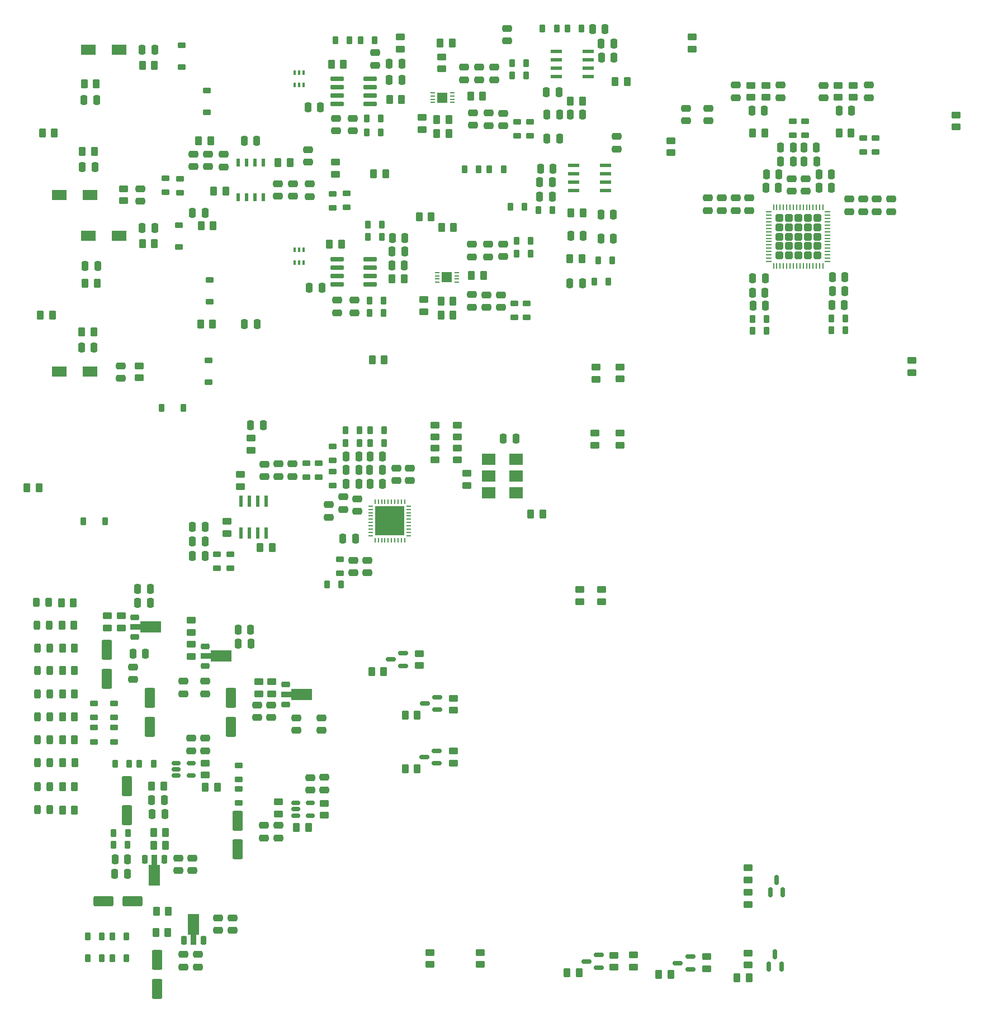
<source format=gtp>
%TF.GenerationSoftware,KiCad,Pcbnew,9.0.5-9.0.5~ubuntu24.04.1*%
%TF.CreationDate,2025-11-23T20:56:38+01:00*%
%TF.ProjectId,DigitalOsciloscope,44696769-7461-46c4-9f73-63696c6f7363,rev?*%
%TF.SameCoordinates,Original*%
%TF.FileFunction,Paste,Top*%
%TF.FilePolarity,Positive*%
%FSLAX46Y46*%
G04 Gerber Fmt 4.6, Leading zero omitted, Abs format (unit mm)*
G04 Created by KiCad (PCBNEW 9.0.5-9.0.5~ubuntu24.04.1) date 2025-11-23 20:56:38*
%MOMM*%
%LPD*%
G01*
G04 APERTURE LIST*
G04 Aperture macros list*
%AMRoundRect*
0 Rectangle with rounded corners*
0 $1 Rounding radius*
0 $2 $3 $4 $5 $6 $7 $8 $9 X,Y pos of 4 corners*
0 Add a 4 corners polygon primitive as box body*
4,1,4,$2,$3,$4,$5,$6,$7,$8,$9,$2,$3,0*
0 Add four circle primitives for the rounded corners*
1,1,$1+$1,$2,$3*
1,1,$1+$1,$4,$5*
1,1,$1+$1,$6,$7*
1,1,$1+$1,$8,$9*
0 Add four rect primitives between the rounded corners*
20,1,$1+$1,$2,$3,$4,$5,0*
20,1,$1+$1,$4,$5,$6,$7,0*
20,1,$1+$1,$6,$7,$8,$9,0*
20,1,$1+$1,$8,$9,$2,$3,0*%
%AMFreePoly0*
4,1,9,3.862500,-0.866500,0.737500,-0.866500,0.737500,-0.450000,-0.737500,-0.450000,-0.737500,0.450000,0.737500,0.450000,0.737500,0.866500,3.862500,0.866500,3.862500,-0.866500,3.862500,-0.866500,$1*%
G04 Aperture macros list end*
%ADD10C,0.000000*%
%ADD11R,0.703200X0.274600*%
%ADD12R,1.600000X1.600000*%
%ADD13RoundRect,0.250000X-0.325000X0.325000X-0.325000X-0.325000X0.325000X-0.325000X0.325000X0.325000X0*%
%ADD14RoundRect,0.062500X-0.062500X0.375000X-0.062500X-0.375000X0.062500X-0.375000X0.062500X0.375000X0*%
%ADD15RoundRect,0.062500X-0.375000X0.062500X-0.375000X-0.062500X0.375000X-0.062500X0.375000X0.062500X0*%
%ADD16RoundRect,0.075000X-0.910000X-0.225000X0.910000X-0.225000X0.910000X0.225000X-0.910000X0.225000X0*%
%ADD17RoundRect,0.100000X-0.100000X0.225000X-0.100000X-0.225000X0.100000X-0.225000X0.100000X0.225000X0*%
%ADD18RoundRect,0.250000X-0.450000X0.262500X-0.450000X-0.262500X0.450000X-0.262500X0.450000X0.262500X0*%
%ADD19RoundRect,0.250000X0.450000X-0.262500X0.450000X0.262500X-0.450000X0.262500X-0.450000X-0.262500X0*%
%ADD20RoundRect,0.250000X-0.262500X-0.450000X0.262500X-0.450000X0.262500X0.450000X-0.262500X0.450000X0*%
%ADD21RoundRect,0.250000X-0.475000X0.250000X-0.475000X-0.250000X0.475000X-0.250000X0.475000X0.250000X0*%
%ADD22RoundRect,0.250000X0.262500X0.450000X-0.262500X0.450000X-0.262500X-0.450000X0.262500X-0.450000X0*%
%ADD23RoundRect,0.250000X0.475000X-0.250000X0.475000X0.250000X-0.475000X0.250000X-0.475000X-0.250000X0*%
%ADD24RoundRect,0.150000X0.587500X0.150000X-0.587500X0.150000X-0.587500X-0.150000X0.587500X-0.150000X0*%
%ADD25RoundRect,0.250000X-0.550000X1.250000X-0.550000X-1.250000X0.550000X-1.250000X0.550000X1.250000X0*%
%ADD26RoundRect,0.218750X0.218750X0.381250X-0.218750X0.381250X-0.218750X-0.381250X0.218750X-0.381250X0*%
%ADD27RoundRect,0.250000X-0.250000X-0.475000X0.250000X-0.475000X0.250000X0.475000X-0.250000X0.475000X0*%
%ADD28RoundRect,0.218750X0.381250X-0.218750X0.381250X0.218750X-0.381250X0.218750X-0.381250X-0.218750X0*%
%ADD29R,2.000000X1.800000*%
%ADD30RoundRect,0.150000X0.150000X-0.587500X0.150000X0.587500X-0.150000X0.587500X-0.150000X-0.587500X0*%
%ADD31RoundRect,0.250000X0.250000X0.475000X-0.250000X0.475000X-0.250000X-0.475000X0.250000X-0.475000X0*%
%ADD32RoundRect,0.218750X-0.218750X-0.381250X0.218750X-0.381250X0.218750X0.381250X-0.218750X0.381250X0*%
%ADD33RoundRect,0.225000X-0.425000X-0.225000X0.425000X-0.225000X0.425000X0.225000X-0.425000X0.225000X0*%
%ADD34FreePoly0,0.000000*%
%ADD35RoundRect,0.218750X-0.381250X0.218750X-0.381250X-0.218750X0.381250X-0.218750X0.381250X0.218750X0*%
%ADD36RoundRect,0.243750X0.243750X0.456250X-0.243750X0.456250X-0.243750X-0.456250X0.243750X-0.456250X0*%
%ADD37R,2.300000X1.600000*%
%ADD38R,0.711200X0.254000*%
%ADD39R,0.254000X0.711200*%
%ADD40R,4.495800X4.495800*%
%ADD41R,1.676400X0.508000*%
%ADD42RoundRect,0.150000X-0.512500X-0.150000X0.512500X-0.150000X0.512500X0.150000X-0.512500X0.150000X0*%
%ADD43RoundRect,0.225000X0.225000X0.375000X-0.225000X0.375000X-0.225000X-0.375000X0.225000X-0.375000X0*%
%ADD44RoundRect,0.225000X-0.375000X0.225000X-0.375000X-0.225000X0.375000X-0.225000X0.375000X0.225000X0*%
%ADD45RoundRect,0.225000X0.375000X-0.225000X0.375000X0.225000X-0.375000X0.225000X-0.375000X-0.225000X0*%
%ADD46R,0.508000X1.257300*%
%ADD47RoundRect,0.225000X-0.225000X-0.375000X0.225000X-0.375000X0.225000X0.375000X-0.225000X0.375000X0*%
%ADD48RoundRect,0.250000X0.550000X-1.250000X0.550000X1.250000X-0.550000X1.250000X-0.550000X-1.250000X0*%
%ADD49RoundRect,0.225000X-0.225000X0.425000X-0.225000X-0.425000X0.225000X-0.425000X0.225000X0.425000X0*%
%ADD50FreePoly0,270.000000*%
%ADD51R,0.508000X1.676400*%
%ADD52RoundRect,0.225000X0.225000X-0.425000X0.225000X0.425000X-0.225000X0.425000X-0.225000X-0.425000X0*%
%ADD53FreePoly0,90.000000*%
%ADD54RoundRect,0.250000X1.250000X0.550000X-1.250000X0.550000X-1.250000X-0.550000X1.250000X-0.550000X0*%
G04 APERTURE END LIST*
D10*
%TO.C,U20*%
G36*
X184300763Y-127355100D02*
G01*
X183002163Y-127355100D01*
X183002163Y-126056500D01*
X184300763Y-126056500D01*
X184300763Y-127355100D01*
G37*
G36*
X184300763Y-128853700D02*
G01*
X183002163Y-128853700D01*
X183002163Y-127555100D01*
X184300763Y-127555100D01*
X184300763Y-128853700D01*
G37*
G36*
X184300763Y-130352300D02*
G01*
X183002163Y-130352300D01*
X183002163Y-129053700D01*
X184300763Y-129053700D01*
X184300763Y-130352300D01*
G37*
G36*
X185799363Y-127355100D02*
G01*
X184500763Y-127355100D01*
X184500763Y-126056500D01*
X185799363Y-126056500D01*
X185799363Y-127355100D01*
G37*
G36*
X185799363Y-128853700D02*
G01*
X184500763Y-128853700D01*
X184500763Y-127555100D01*
X185799363Y-127555100D01*
X185799363Y-128853700D01*
G37*
G36*
X185799363Y-130352300D02*
G01*
X184500763Y-130352300D01*
X184500763Y-129053700D01*
X185799363Y-129053700D01*
X185799363Y-130352300D01*
G37*
G36*
X187297963Y-127355100D02*
G01*
X185999363Y-127355100D01*
X185999363Y-126056500D01*
X187297963Y-126056500D01*
X187297963Y-127355100D01*
G37*
G36*
X187297963Y-128853700D02*
G01*
X185999363Y-128853700D01*
X185999363Y-127555100D01*
X187297963Y-127555100D01*
X187297963Y-128853700D01*
G37*
G36*
X187297963Y-130352300D02*
G01*
X185999363Y-130352300D01*
X185999363Y-129053700D01*
X187297963Y-129053700D01*
X187297963Y-130352300D01*
G37*
%TD*%
D11*
%TO.C,U6*%
X192323399Y-90549999D03*
X192323399Y-91050000D03*
X192323399Y-91550000D03*
X192323399Y-92050001D03*
X195276601Y-92050001D03*
X195276601Y-91550000D03*
X195276601Y-91050000D03*
X195276601Y-90549999D03*
D12*
X193800000Y-91300000D03*
%TD*%
D11*
%TO.C,U5*%
X191623399Y-63299999D03*
X191623399Y-63800000D03*
X191623399Y-64300000D03*
X191623399Y-64800001D03*
X194576601Y-64800001D03*
X194576601Y-64300000D03*
X194576601Y-63800000D03*
X194576601Y-63299999D03*
D12*
X193100000Y-64050000D03*
%TD*%
D13*
%TO.C,U9*%
X249860000Y-82270000D03*
X248430000Y-82270000D03*
X247000000Y-82270000D03*
X245570000Y-82270000D03*
X244140000Y-82270000D03*
X249860000Y-83700000D03*
X248430000Y-83700000D03*
X247000000Y-83700000D03*
X245570000Y-83700000D03*
X244140000Y-83700000D03*
X249860000Y-85130000D03*
X248430000Y-85130000D03*
X247000000Y-85130000D03*
X245570000Y-85130000D03*
X244140000Y-85130000D03*
X249860000Y-86560000D03*
X248430000Y-86560000D03*
X247000000Y-86560000D03*
X245570000Y-86560000D03*
X244140000Y-86560000D03*
X249860000Y-87990000D03*
X248430000Y-87990000D03*
X247000000Y-87990000D03*
X245570000Y-87990000D03*
X244140000Y-87990000D03*
D14*
X250750000Y-80692500D03*
X250250000Y-80692500D03*
X249750000Y-80692500D03*
X249250000Y-80692500D03*
X248750000Y-80692500D03*
X248250000Y-80692500D03*
X247750000Y-80692500D03*
X247250000Y-80692500D03*
X246750000Y-80692500D03*
X246250000Y-80692500D03*
X245750000Y-80692500D03*
X245250000Y-80692500D03*
X244750000Y-80692500D03*
X244250000Y-80692500D03*
X243750000Y-80692500D03*
X243250000Y-80692500D03*
D15*
X242562500Y-81380000D03*
X242562500Y-81880000D03*
X242562500Y-82380000D03*
X242562500Y-82880000D03*
X242562500Y-83380000D03*
X242562500Y-83880000D03*
X242562500Y-84380000D03*
X242562500Y-84880000D03*
X242562500Y-85380000D03*
X242562500Y-85880000D03*
X242562500Y-86380000D03*
X242562500Y-86880000D03*
X242562500Y-87380000D03*
X242562500Y-87880000D03*
X242562500Y-88380000D03*
X242562500Y-88880000D03*
D14*
X243250000Y-89567500D03*
X243750000Y-89567500D03*
X244250000Y-89567500D03*
X244750000Y-89567500D03*
X245250000Y-89567500D03*
X245750000Y-89567500D03*
X246250000Y-89567500D03*
X246750000Y-89567500D03*
X247250000Y-89567500D03*
X247750000Y-89567500D03*
X248250000Y-89567500D03*
X248750000Y-89567500D03*
X249250000Y-89567500D03*
X249750000Y-89567500D03*
X250250000Y-89567500D03*
X250750000Y-89567500D03*
D15*
X251437500Y-88880000D03*
X251437500Y-88380000D03*
X251437500Y-87880000D03*
X251437500Y-87380000D03*
X251437500Y-86880000D03*
X251437500Y-86380000D03*
X251437500Y-85880000D03*
X251437500Y-85380000D03*
X251437500Y-84880000D03*
X251437500Y-84380000D03*
X251437500Y-83880000D03*
X251437500Y-83380000D03*
X251437500Y-82880000D03*
X251437500Y-82380000D03*
X251437500Y-81880000D03*
X251437500Y-81380000D03*
%TD*%
D16*
%TO.C,U3*%
X177200000Y-61200000D03*
X177200000Y-62470000D03*
X177200000Y-63740000D03*
X177200000Y-65010000D03*
X182140000Y-65010000D03*
X182140000Y-63740000D03*
X182140000Y-62470000D03*
X182140000Y-61200000D03*
%TD*%
%TO.C,U2*%
X177200000Y-88530000D03*
X177200000Y-89800000D03*
X177200000Y-91070000D03*
X177200000Y-92340000D03*
X182140000Y-92340000D03*
X182140000Y-91070000D03*
X182140000Y-89800000D03*
X182140000Y-88530000D03*
%TD*%
D17*
%TO.C,D2*%
X172050000Y-60250000D03*
X171400000Y-60250000D03*
X170750000Y-60250000D03*
X170750000Y-62150000D03*
X171400000Y-62150000D03*
X172050000Y-62150000D03*
%TD*%
%TO.C,D1*%
X172050000Y-87150000D03*
X171400000Y-87150000D03*
X170750000Y-87150000D03*
X170750000Y-89050000D03*
X171400000Y-89050000D03*
X172050000Y-89050000D03*
%TD*%
D18*
%TO.C,R61*%
X216200000Y-116712500D03*
X216200000Y-114887500D03*
%TD*%
D19*
%TO.C,R59*%
X220000000Y-114887500D03*
X220000000Y-116712500D03*
%TD*%
%TO.C,R60*%
X227700000Y-72412500D03*
X227700000Y-70587500D03*
%TD*%
D20*
%TO.C,R35*%
X184312500Y-103800000D03*
X182487500Y-103800000D03*
%TD*%
D21*
%TO.C,C113*%
X153900000Y-152500000D03*
X153900000Y-154400000D03*
%TD*%
D22*
%TO.C,R44*%
X194612500Y-55800000D03*
X192787500Y-55800000D03*
%TD*%
D23*
%TO.C,C85*%
X233300000Y-81150000D03*
X233300000Y-79250000D03*
%TD*%
D24*
%TO.C,Q5*%
X187137500Y-150150000D03*
X187137500Y-148250000D03*
X185262500Y-149200000D03*
%TD*%
D22*
%TO.C,R14*%
X170039950Y-73877450D03*
X168214950Y-73877450D03*
%TD*%
D25*
%TO.C,C127*%
X149900000Y-194700000D03*
X149900000Y-199100000D03*
%TD*%
D26*
%TO.C,L20*%
X206462500Y-87700000D03*
X204337500Y-87700000D03*
%TD*%
D27*
%TO.C,C43*%
X155250000Y-133500000D03*
X157150000Y-133500000D03*
%TD*%
D23*
%TO.C,C90*%
X239600000Y-81150000D03*
X239600000Y-79250000D03*
%TD*%
D27*
%TO.C,C1*%
X139000000Y-89600000D03*
X140900000Y-89600000D03*
%TD*%
D28*
%TO.C,L34*%
X246200000Y-69762500D03*
X246200000Y-67637500D03*
%TD*%
D29*
%TO.C,Y1*%
X200100000Y-118860000D03*
X200100000Y-121400000D03*
X200100000Y-123940000D03*
X204300000Y-123940000D03*
X204300000Y-121400000D03*
X204300000Y-118860000D03*
%TD*%
D20*
%TO.C,R7*%
X130175000Y-123200000D03*
X132000000Y-123200000D03*
%TD*%
D30*
%TO.C,Q2*%
X242550000Y-195737500D03*
X244450000Y-195737500D03*
X243500000Y-193862500D03*
%TD*%
D20*
%TO.C,R28*%
X192237500Y-67350000D03*
X194062500Y-67350000D03*
%TD*%
D31*
%TO.C,C144*%
X180450000Y-122600000D03*
X178550000Y-122600000D03*
%TD*%
D26*
%TO.C,L61*%
X180562500Y-114500000D03*
X178437500Y-114500000D03*
%TD*%
D27*
%TO.C,C97*%
X252150000Y-91300000D03*
X254050000Y-91300000D03*
%TD*%
D23*
%TO.C,C95*%
X246000000Y-78250000D03*
X246000000Y-76350000D03*
%TD*%
D32*
%TO.C,L54*%
X143137500Y-194500000D03*
X145262500Y-194500000D03*
%TD*%
D21*
%TO.C,C39*%
X168300000Y-119550000D03*
X168300000Y-121450000D03*
%TD*%
%TO.C,C108*%
X165100000Y-156100000D03*
X165100000Y-158000000D03*
%TD*%
D22*
%TO.C,R78*%
X227712500Y-196900000D03*
X225887500Y-196900000D03*
%TD*%
D23*
%TO.C,C31*%
X177000000Y-69100000D03*
X177000000Y-67200000D03*
%TD*%
D22*
%TO.C,R42*%
X194812500Y-83700000D03*
X192987500Y-83700000D03*
%TD*%
D20*
%TO.C,R98*%
X135575000Y-157900000D03*
X137400000Y-157900000D03*
%TD*%
D33*
%TO.C,U16*%
X146500000Y-142800000D03*
D34*
X146587500Y-144300000D03*
D33*
X146500000Y-145800000D03*
%TD*%
D26*
%TO.C,L3*%
X184162500Y-94800000D03*
X182037500Y-94800000D03*
%TD*%
D20*
%TO.C,R99*%
X135575000Y-150900000D03*
X137400000Y-150900000D03*
%TD*%
D31*
%TO.C,C19*%
X174850000Y-92900000D03*
X172950000Y-92900000D03*
%TD*%
D35*
%TO.C,L36*%
X248000000Y-67637500D03*
X248000000Y-69762500D03*
%TD*%
D36*
%TO.C,D14*%
X133637500Y-157860000D03*
X131762500Y-157860000D03*
%TD*%
D32*
%TO.C,L29*%
X208275000Y-53600000D03*
X210400000Y-53600000D03*
%TD*%
D31*
%TO.C,C30*%
X187450000Y-85300000D03*
X185550000Y-85300000D03*
%TD*%
D22*
%TO.C,R83*%
X189300000Y-157600000D03*
X187475000Y-157600000D03*
%TD*%
D19*
%TO.C,R88*%
X167300000Y-154400000D03*
X167300000Y-152575000D03*
%TD*%
%TO.C,R37*%
X230900000Y-56712500D03*
X230900000Y-54887500D03*
%TD*%
D37*
%TO.C,C5*%
X139450000Y-56800000D03*
X144150000Y-56800000D03*
%TD*%
D21*
%TO.C,C109*%
X157200000Y-152500000D03*
X157200000Y-154400000D03*
%TD*%
D35*
%TO.C,L57*%
X176500000Y-120737500D03*
X176500000Y-122862500D03*
%TD*%
D31*
%TO.C,C122*%
X148850000Y-138500000D03*
X146950000Y-138500000D03*
%TD*%
D20*
%TO.C,R1*%
X139017500Y-92200000D03*
X140842500Y-92200000D03*
%TD*%
D24*
%TO.C,Q7*%
X192237500Y-164950000D03*
X192237500Y-163050000D03*
X190362500Y-164000000D03*
%TD*%
D19*
%TO.C,R62*%
X264200000Y-105712500D03*
X264200000Y-103887500D03*
%TD*%
D27*
%TO.C,C7*%
X138450000Y-101900000D03*
X140350000Y-101900000D03*
%TD*%
D21*
%TO.C,C52*%
X197600000Y-93900000D03*
X197600000Y-95800000D03*
%TD*%
D31*
%TO.C,C107*%
X145400000Y-181700000D03*
X143500000Y-181700000D03*
%TD*%
D21*
%TO.C,C44*%
X170400000Y-119550000D03*
X170400000Y-121450000D03*
%TD*%
D25*
%TO.C,C104*%
X161100000Y-155000000D03*
X161100000Y-159400000D03*
%TD*%
D36*
%TO.C,D19*%
X133450000Y-140550000D03*
X131575000Y-140550000D03*
%TD*%
D20*
%TO.C,R26*%
X192237500Y-69500000D03*
X194062500Y-69500000D03*
%TD*%
D31*
%TO.C,C24*%
X187400000Y-87400000D03*
X185500000Y-87400000D03*
%TD*%
D19*
%TO.C,R80*%
X189600000Y-150112500D03*
X189600000Y-148287500D03*
%TD*%
D22*
%TO.C,R74*%
X213825000Y-196700000D03*
X212000000Y-196700000D03*
%TD*%
D20*
%TO.C,R13*%
X156175000Y-70600000D03*
X158000000Y-70600000D03*
%TD*%
%TO.C,R86*%
X149387500Y-177400000D03*
X151212500Y-177400000D03*
%TD*%
D32*
%TO.C,L37*%
X240037500Y-97600000D03*
X242162500Y-97600000D03*
%TD*%
D21*
%TO.C,C47*%
X198700000Y-59450000D03*
X198700000Y-61350000D03*
%TD*%
D20*
%TO.C,R3*%
X147687500Y-86200000D03*
X149512500Y-86200000D03*
%TD*%
D19*
%TO.C,R109*%
X157200000Y-166712500D03*
X157200000Y-164887500D03*
%TD*%
D28*
%TO.C,L19*%
X204000000Y-97362500D03*
X204000000Y-95237500D03*
%TD*%
D23*
%TO.C,C86*%
X256800000Y-81350000D03*
X256800000Y-79450000D03*
%TD*%
D19*
%TO.C,R73*%
X219062500Y-195862500D03*
X219062500Y-194037500D03*
%TD*%
%TO.C,R39*%
X216400000Y-106725000D03*
X216400000Y-104900000D03*
%TD*%
D27*
%TO.C,C14*%
X163150000Y-98400000D03*
X165050000Y-98400000D03*
%TD*%
%TO.C,C151*%
X182150000Y-118400000D03*
X184050000Y-118400000D03*
%TD*%
D20*
%TO.C,R27*%
X192887500Y-97000000D03*
X194712500Y-97000000D03*
%TD*%
D23*
%TO.C,C53*%
X197600000Y-88200000D03*
X197600000Y-86300000D03*
%TD*%
D32*
%TO.C,L26*%
X200237500Y-74900000D03*
X202362500Y-74900000D03*
%TD*%
D19*
%TO.C,R51*%
X242100000Y-64025000D03*
X242100000Y-62200000D03*
%TD*%
D23*
%TO.C,C37*%
X166200000Y-121500000D03*
X166200000Y-119600000D03*
%TD*%
D20*
%TO.C,R2*%
X138887500Y-62000000D03*
X140712500Y-62000000D03*
%TD*%
D26*
%TO.C,L8*%
X183812500Y-67200000D03*
X181687500Y-67200000D03*
%TD*%
D21*
%TO.C,C76*%
X237500000Y-62150000D03*
X237500000Y-64050000D03*
%TD*%
D19*
%TO.C,R92*%
X144500000Y-144400000D03*
X144500000Y-142575000D03*
%TD*%
D31*
%TO.C,C63*%
X214300000Y-92200000D03*
X212400000Y-92200000D03*
%TD*%
D23*
%TO.C,C60*%
X219500000Y-71850000D03*
X219500000Y-69950000D03*
%TD*%
D32*
%TO.C,L12*%
X176937500Y-55400000D03*
X179062500Y-55400000D03*
%TD*%
D38*
%TO.C,U20*%
X182254463Y-125953833D03*
X182254463Y-126453959D03*
X182254463Y-126954085D03*
X182254463Y-127454211D03*
X182254463Y-127954337D03*
X182254463Y-128454463D03*
X182254463Y-128954589D03*
X182254463Y-129454715D03*
X182254463Y-129954841D03*
X182254463Y-130454967D03*
D39*
X182899496Y-131100000D03*
X183399622Y-131100000D03*
X183899748Y-131100000D03*
X184399874Y-131100000D03*
X184900000Y-131100000D03*
X185400126Y-131100000D03*
X185900252Y-131100000D03*
X186400378Y-131100000D03*
X186900504Y-131100000D03*
X187400630Y-131100000D03*
D38*
X188045663Y-130454967D03*
X188045663Y-129954841D03*
X188045663Y-129454715D03*
X188045663Y-128954589D03*
X188045663Y-128454463D03*
X188045663Y-127954337D03*
X188045663Y-127454211D03*
X188045663Y-126954085D03*
X188045663Y-126453959D03*
X188045663Y-125953833D03*
D39*
X187400630Y-125308800D03*
X186900504Y-125308800D03*
X186400378Y-125308800D03*
X185900252Y-125308800D03*
X185400126Y-125308800D03*
X184900000Y-125308800D03*
X184399874Y-125308800D03*
X183899748Y-125308800D03*
X183399622Y-125308800D03*
X182899496Y-125308800D03*
D40*
X185150063Y-128204400D03*
%TD*%
D36*
%TO.C,D13*%
X133637500Y-161400000D03*
X131762500Y-161400000D03*
%TD*%
D27*
%TO.C,C114*%
X146250000Y-148300000D03*
X148150000Y-148300000D03*
%TD*%
D20*
%TO.C,R34*%
X182675000Y-75600000D03*
X184500000Y-75600000D03*
%TD*%
D24*
%TO.C,Q4*%
X230637500Y-196150000D03*
X230637500Y-194250000D03*
X228762500Y-195200000D03*
%TD*%
D18*
%TO.C,R25*%
X190300000Y-94675000D03*
X190300000Y-96500000D03*
%TD*%
D27*
%TO.C,C20*%
X185450000Y-89500000D03*
X187350000Y-89500000D03*
%TD*%
D41*
%TO.C,U8*%
X217813000Y-78110000D03*
X217813000Y-76840000D03*
X217813000Y-75570000D03*
X217813000Y-74300000D03*
X212987000Y-74300000D03*
X212987000Y-75570000D03*
X212987000Y-76840000D03*
X212987000Y-78110000D03*
%TD*%
D36*
%TO.C,D16*%
X133637500Y-154400000D03*
X131762500Y-154400000D03*
%TD*%
D26*
%TO.C,L52*%
X145462500Y-175500000D03*
X143337500Y-175500000D03*
%TD*%
D23*
%TO.C,C55*%
X233400000Y-67550000D03*
X233400000Y-65650000D03*
%TD*%
D20*
%TO.C,R102*%
X135500000Y-144000000D03*
X137325000Y-144000000D03*
%TD*%
D27*
%TO.C,C79*%
X247850000Y-71600000D03*
X249750000Y-71600000D03*
%TD*%
D21*
%TO.C,C149*%
X175900000Y-125750000D03*
X175900000Y-127650000D03*
%TD*%
D27*
%TO.C,C92*%
X250150000Y-77700000D03*
X252050000Y-77700000D03*
%TD*%
D37*
%TO.C,C11*%
X139750000Y-105600000D03*
X135050000Y-105600000D03*
%TD*%
D20*
%TO.C,R31*%
X192887500Y-94900000D03*
X194712500Y-94900000D03*
%TD*%
D19*
%TO.C,R63*%
X270900000Y-68525000D03*
X270900000Y-66700000D03*
%TD*%
%TO.C,R91*%
X155100000Y-145100000D03*
X155100000Y-143275000D03*
%TD*%
D25*
%TO.C,C105*%
X148800000Y-155000000D03*
X148800000Y-159400000D03*
%TD*%
D20*
%TO.C,R33*%
X197487500Y-91000000D03*
X199312500Y-91000000D03*
%TD*%
D36*
%TO.C,D15*%
X133637500Y-150900000D03*
X131762500Y-150900000D03*
%TD*%
D21*
%TO.C,C75*%
X250800000Y-62200000D03*
X250800000Y-64100000D03*
%TD*%
D20*
%TO.C,R105*%
X135412500Y-140600000D03*
X137237500Y-140600000D03*
%TD*%
D27*
%TO.C,C4*%
X147650000Y-83800000D03*
X149550000Y-83800000D03*
%TD*%
D24*
%TO.C,Q6*%
X192300000Y-156800000D03*
X192300000Y-154900000D03*
X190425000Y-155850000D03*
%TD*%
D21*
%TO.C,C49*%
X200000000Y-86300000D03*
X200000000Y-88200000D03*
%TD*%
D28*
%TO.C,L48*%
X140300000Y-157962500D03*
X140300000Y-155837500D03*
%TD*%
D32*
%TO.C,L62*%
X182137500Y-114500000D03*
X184262500Y-114500000D03*
%TD*%
D19*
%TO.C,R55*%
X192000000Y-115500000D03*
X192000000Y-113675000D03*
%TD*%
D23*
%TO.C,C23*%
X177200000Y-96650000D03*
X177200000Y-94750000D03*
%TD*%
D27*
%TO.C,C145*%
X182150000Y-122600000D03*
X184050000Y-122600000D03*
%TD*%
D18*
%TO.C,R11*%
X144800000Y-77867500D03*
X144800000Y-79692500D03*
%TD*%
D20*
%TO.C,R30*%
X165487500Y-132200000D03*
X167312500Y-132200000D03*
%TD*%
D21*
%TO.C,C41*%
X201000000Y-59450000D03*
X201000000Y-61350000D03*
%TD*%
D37*
%TO.C,C3*%
X139450000Y-85000000D03*
X144150000Y-85000000D03*
%TD*%
D35*
%TO.C,L35*%
X256800000Y-70137500D03*
X256800000Y-72262500D03*
%TD*%
D27*
%TO.C,C67*%
X207850000Y-76900000D03*
X209750000Y-76900000D03*
%TD*%
D18*
%TO.C,R17*%
X176900000Y-73837500D03*
X176900000Y-75662500D03*
%TD*%
D27*
%TO.C,C126*%
X149150000Y-172600000D03*
X151050000Y-172600000D03*
%TD*%
D20*
%TO.C,R5*%
X132517500Y-69400000D03*
X134342500Y-69400000D03*
%TD*%
D23*
%TO.C,C29*%
X179800000Y-96650000D03*
X179800000Y-94750000D03*
%TD*%
D21*
%TO.C,C116*%
X171000000Y-158050000D03*
X171000000Y-159950000D03*
%TD*%
D23*
%TO.C,C136*%
X157200000Y-163050000D03*
X157200000Y-161150000D03*
%TD*%
D36*
%TO.C,D11*%
X133637500Y-168480000D03*
X131762500Y-168480000D03*
%TD*%
D25*
%TO.C,C123*%
X162100000Y-173600000D03*
X162100000Y-178000000D03*
%TD*%
D22*
%TO.C,R46*%
X214412500Y-81500000D03*
X212587500Y-81500000D03*
%TD*%
D35*
%TO.C,L15*%
X205900000Y-95237500D03*
X205900000Y-97362500D03*
%TD*%
D27*
%TO.C,C65*%
X208950000Y-66600000D03*
X210850000Y-66600000D03*
%TD*%
D22*
%TO.C,R18*%
X177812500Y-86300000D03*
X175987500Y-86300000D03*
%TD*%
%TO.C,R107*%
X151525000Y-190600000D03*
X149700000Y-190600000D03*
%TD*%
D42*
%TO.C,U17*%
X152800000Y-164900000D03*
X152800000Y-165850000D03*
X152800000Y-166800000D03*
X155075000Y-166800000D03*
X155075000Y-164900000D03*
%TD*%
D35*
%TO.C,L51*%
X162300000Y-168837500D03*
X162300000Y-170962500D03*
%TD*%
D26*
%TO.C,L39*%
X242162500Y-99400000D03*
X240037500Y-99400000D03*
%TD*%
D43*
%TO.C,D3*%
X142000000Y-128300000D03*
X138700000Y-128300000D03*
%TD*%
D31*
%TO.C,C99*%
X254050000Y-93400000D03*
X252150000Y-93400000D03*
%TD*%
%TO.C,C57*%
X210750000Y-63200000D03*
X208850000Y-63200000D03*
%TD*%
D35*
%TO.C,L60*%
X176500000Y-116937500D03*
X176500000Y-119062500D03*
%TD*%
D27*
%TO.C,C69*%
X208950000Y-70300000D03*
X210850000Y-70300000D03*
%TD*%
D31*
%TO.C,C118*%
X148850000Y-140600000D03*
X146950000Y-140600000D03*
%TD*%
D36*
%TO.C,D12*%
X133637500Y-164840000D03*
X131762500Y-164840000D03*
%TD*%
%TO.C,D17*%
X133637500Y-147500000D03*
X131762500Y-147500000D03*
%TD*%
D35*
%TO.C,L6*%
X178600000Y-78537500D03*
X178600000Y-80662500D03*
%TD*%
D44*
%TO.C,D6*%
X153600000Y-56150000D03*
X153600000Y-59450000D03*
%TD*%
D41*
%TO.C,U7*%
X215213000Y-60905000D03*
X215213000Y-59635000D03*
X215213000Y-58365000D03*
X215213000Y-57095000D03*
X210387000Y-57095000D03*
X210387000Y-58365000D03*
X210387000Y-59635000D03*
X210387000Y-60905000D03*
%TD*%
D31*
%TO.C,C81*%
X246250000Y-71600000D03*
X244350000Y-71600000D03*
%TD*%
D27*
%TO.C,C13*%
X163100000Y-70600000D03*
X165000000Y-70600000D03*
%TD*%
D28*
%TO.C,L56*%
X177600000Y-136162500D03*
X177600000Y-134037500D03*
%TD*%
D32*
%TO.C,L32*%
X203437500Y-80600000D03*
X205562500Y-80600000D03*
%TD*%
D28*
%TO.C,L21*%
X159000000Y-135362500D03*
X159000000Y-133237500D03*
%TD*%
D32*
%TO.C,L41*%
X139437500Y-191200000D03*
X141562500Y-191200000D03*
%TD*%
D23*
%TO.C,C45*%
X200100000Y-68300000D03*
X200100000Y-66400000D03*
%TD*%
D21*
%TO.C,C130*%
X153900000Y-193900000D03*
X153900000Y-195800000D03*
%TD*%
D32*
%TO.C,L27*%
X216737500Y-88700000D03*
X218862500Y-88700000D03*
%TD*%
D18*
%TO.C,R24*%
X190000000Y-67087500D03*
X190000000Y-68912500D03*
%TD*%
D19*
%TO.C,R22*%
X162500000Y-123012500D03*
X162500000Y-121187500D03*
%TD*%
D26*
%TO.C,L9*%
X183962500Y-83300000D03*
X181837500Y-83300000D03*
%TD*%
D28*
%TO.C,L5*%
X151200000Y-78400000D03*
X151200000Y-76275000D03*
%TD*%
D32*
%TO.C,L53*%
X139437500Y-194500000D03*
X141562500Y-194500000D03*
%TD*%
D21*
%TO.C,C110*%
X146300000Y-150350000D03*
X146300000Y-152250000D03*
%TD*%
D23*
%TO.C,C54*%
X230000000Y-67550000D03*
X230000000Y-65650000D03*
%TD*%
D21*
%TO.C,C22*%
X170500000Y-77100000D03*
X170500000Y-79000000D03*
%TD*%
D20*
%TO.C,R96*%
X135600000Y-164800000D03*
X137425000Y-164800000D03*
%TD*%
D23*
%TO.C,C82*%
X237500000Y-81150000D03*
X237500000Y-79250000D03*
%TD*%
D30*
%TO.C,Q1*%
X242750000Y-184475000D03*
X244650000Y-184475000D03*
X243700000Y-182600000D03*
%TD*%
D32*
%TO.C,L46*%
X147237500Y-165000000D03*
X149362500Y-165000000D03*
%TD*%
D23*
%TO.C,C137*%
X175200000Y-168950000D03*
X175200000Y-167050000D03*
%TD*%
D28*
%TO.C,L2*%
X176500000Y-80762500D03*
X176500000Y-78637500D03*
%TD*%
D19*
%TO.C,R56*%
X195400000Y-118987500D03*
X195400000Y-117162500D03*
%TD*%
D22*
%TO.C,R52*%
X255012500Y-69412500D03*
X253187500Y-69412500D03*
%TD*%
D19*
%TO.C,R75*%
X217200000Y-140412500D03*
X217200000Y-138587500D03*
%TD*%
D20*
%TO.C,R32*%
X197387500Y-63800000D03*
X199212500Y-63800000D03*
%TD*%
D31*
%TO.C,C88*%
X252050000Y-75700000D03*
X250150000Y-75700000D03*
%TD*%
D19*
%TO.C,R23*%
X164100000Y-117512500D03*
X164100000Y-115687500D03*
%TD*%
D31*
%TO.C,C72*%
X255100000Y-66012500D03*
X253200000Y-66012500D03*
%TD*%
D20*
%TO.C,R45*%
X212500000Y-64600000D03*
X214325000Y-64600000D03*
%TD*%
%TO.C,R47*%
X212400000Y-88500000D03*
X214225000Y-88500000D03*
%TD*%
D22*
%TO.C,R38*%
X191400000Y-82100000D03*
X189575000Y-82100000D03*
%TD*%
D27*
%TO.C,C56*%
X217200000Y-58000000D03*
X219100000Y-58000000D03*
%TD*%
D18*
%TO.C,R79*%
X222000000Y-194000000D03*
X222000000Y-195825000D03*
%TD*%
D27*
%TO.C,C6*%
X147650000Y-56800000D03*
X149550000Y-56800000D03*
%TD*%
D21*
%TO.C,C50*%
X197700000Y-66350000D03*
X197700000Y-68250000D03*
%TD*%
D20*
%TO.C,R41*%
X219287500Y-61600000D03*
X221112500Y-61600000D03*
%TD*%
D27*
%TO.C,C98*%
X240050000Y-93600000D03*
X241950000Y-93600000D03*
%TD*%
D23*
%TO.C,C91*%
X248100000Y-78250000D03*
X248100000Y-76350000D03*
%TD*%
D32*
%TO.C,L50*%
X143300000Y-177300000D03*
X145425000Y-177300000D03*
%TD*%
D19*
%TO.C,R29*%
X160500000Y-130112500D03*
X160500000Y-128287500D03*
%TD*%
D21*
%TO.C,C58*%
X202900000Y-53550000D03*
X202900000Y-55450000D03*
%TD*%
D35*
%TO.C,L13*%
X206400000Y-67737500D03*
X206400000Y-69862500D03*
%TD*%
D31*
%TO.C,C147*%
X180450000Y-120500000D03*
X178550000Y-120500000D03*
%TD*%
D20*
%TO.C,R100*%
X135575000Y-154400000D03*
X137400000Y-154400000D03*
%TD*%
D44*
%TO.C,D9*%
X157850000Y-91650000D03*
X157850000Y-94950000D03*
%TD*%
D33*
%TO.C,U14*%
X169350000Y-153000000D03*
D34*
X169437500Y-154500000D03*
D33*
X169350000Y-156000000D03*
%TD*%
D32*
%TO.C,L28*%
X207637500Y-81100000D03*
X209762500Y-81100000D03*
%TD*%
D28*
%TO.C,L47*%
X143400000Y-157962500D03*
X143400000Y-155837500D03*
%TD*%
D45*
%TO.C,D5*%
X157700000Y-107150000D03*
X157700000Y-103850000D03*
%TD*%
D19*
%TO.C,R84*%
X194800000Y-164900000D03*
X194800000Y-163075000D03*
%TD*%
D32*
%TO.C,L14*%
X203637500Y-58800000D03*
X205762500Y-58800000D03*
%TD*%
D19*
%TO.C,R36*%
X186700000Y-56712500D03*
X186700000Y-54887500D03*
%TD*%
D35*
%TO.C,L22*%
X172500000Y-119437500D03*
X172500000Y-121562500D03*
%TD*%
D20*
%TO.C,R4*%
X147687500Y-59200000D03*
X149512500Y-59200000D03*
%TD*%
D23*
%TO.C,C40*%
X202300000Y-68350000D03*
X202300000Y-66450000D03*
%TD*%
D28*
%TO.C,L24*%
X174400000Y-121562500D03*
X174400000Y-119437500D03*
%TD*%
D31*
%TO.C,C140*%
X179950000Y-130900000D03*
X178050000Y-130900000D03*
%TD*%
D32*
%TO.C,L58*%
X178437500Y-116400000D03*
X180562500Y-116400000D03*
%TD*%
D19*
%TO.C,R82*%
X194800000Y-156900000D03*
X194800000Y-155075000D03*
%TD*%
D20*
%TO.C,R110*%
X170987500Y-174700000D03*
X172812500Y-174700000D03*
%TD*%
D21*
%TO.C,C77*%
X244300000Y-62150000D03*
X244300000Y-64050000D03*
%TD*%
D18*
%TO.C,R67*%
X239400000Y-184487500D03*
X239400000Y-186312500D03*
%TD*%
D21*
%TO.C,C128*%
X168300000Y-174350000D03*
X168300000Y-176250000D03*
%TD*%
%TO.C,C15*%
X172800000Y-71950000D03*
X172800000Y-73850000D03*
%TD*%
D32*
%TO.C,L11*%
X181687500Y-69300000D03*
X183812500Y-69300000D03*
%TD*%
D23*
%TO.C,C94*%
X254700000Y-81350000D03*
X254700000Y-79450000D03*
%TD*%
D20*
%TO.C,R53*%
X240087500Y-69412500D03*
X241912500Y-69412500D03*
%TD*%
%TO.C,R6*%
X132237500Y-97000000D03*
X134062500Y-97000000D03*
%TD*%
D22*
%TO.C,R87*%
X151212500Y-175400000D03*
X149387500Y-175400000D03*
%TD*%
D44*
%TO.C,D7*%
X153200000Y-83350000D03*
X153200000Y-86650000D03*
%TD*%
D37*
%TO.C,C12*%
X139750000Y-78800000D03*
X135050000Y-78800000D03*
%TD*%
D36*
%TO.C,D18*%
X133550000Y-144000000D03*
X131675000Y-144000000D03*
%TD*%
D23*
%TO.C,C134*%
X173100000Y-169000000D03*
X173100000Y-167100000D03*
%TD*%
D20*
%TO.C,R16*%
X156575000Y-83500000D03*
X158400000Y-83500000D03*
%TD*%
%TO.C,R21*%
X185087500Y-64300000D03*
X186912500Y-64300000D03*
%TD*%
D21*
%TO.C,C46*%
X202300000Y-86250000D03*
X202300000Y-88150000D03*
%TD*%
%TO.C,C132*%
X159100000Y-188350000D03*
X159100000Y-190250000D03*
%TD*%
D32*
%TO.C,L45*%
X143137500Y-191200000D03*
X145262500Y-191200000D03*
%TD*%
D36*
%TO.C,D10*%
X133637500Y-171980000D03*
X131762500Y-171980000D03*
%TD*%
D19*
%TO.C,R111*%
X175200000Y-172812500D03*
X175200000Y-170987500D03*
%TD*%
D27*
%TO.C,C38*%
X155250000Y-131300000D03*
X157150000Y-131300000D03*
%TD*%
D31*
%TO.C,C59*%
X214362500Y-66600000D03*
X212462500Y-66600000D03*
%TD*%
D23*
%TO.C,C18*%
X168200000Y-79000000D03*
X168200000Y-77100000D03*
%TD*%
D28*
%TO.C,L1*%
X153400000Y-78462500D03*
X153400000Y-76337500D03*
%TD*%
D19*
%TO.C,R90*%
X155100000Y-148725000D03*
X155100000Y-146900000D03*
%TD*%
D22*
%TO.C,R106*%
X151612500Y-187400000D03*
X149787500Y-187400000D03*
%TD*%
D23*
%TO.C,C143*%
X180200000Y-126750000D03*
X180200000Y-124850000D03*
%TD*%
D22*
%TO.C,R72*%
X239525000Y-197400000D03*
X237700000Y-197400000D03*
%TD*%
D27*
%TO.C,C121*%
X162150000Y-144700000D03*
X164050000Y-144700000D03*
%TD*%
D31*
%TO.C,C35*%
X165950000Y-113700000D03*
X164050000Y-113700000D03*
%TD*%
%TO.C,C25*%
X174650000Y-65500000D03*
X172750000Y-65500000D03*
%TD*%
D23*
%TO.C,C21*%
X157600000Y-74500000D03*
X157600000Y-72600000D03*
%TD*%
D20*
%TO.C,R101*%
X135575000Y-147500000D03*
X137400000Y-147500000D03*
%TD*%
D32*
%TO.C,L42*%
X143537500Y-165000000D03*
X145662500Y-165000000D03*
%TD*%
D31*
%TO.C,C36*%
X157150000Y-129100000D03*
X155250000Y-129100000D03*
%TD*%
D21*
%TO.C,C10*%
X147400000Y-77850000D03*
X147400000Y-79750000D03*
%TD*%
D20*
%TO.C,R12*%
X156500000Y-98400000D03*
X158325000Y-98400000D03*
%TD*%
D27*
%TO.C,C117*%
X162200000Y-146800000D03*
X164100000Y-146800000D03*
%TD*%
D28*
%TO.C,L44*%
X140300000Y-161662500D03*
X140300000Y-159537500D03*
%TD*%
D27*
%TO.C,C148*%
X182100000Y-120500000D03*
X184000000Y-120500000D03*
%TD*%
D19*
%TO.C,R48*%
X255300000Y-64012500D03*
X255300000Y-62187500D03*
%TD*%
D23*
%TO.C,C146*%
X178100000Y-126450000D03*
X178100000Y-124550000D03*
%TD*%
D32*
%TO.C,L4*%
X181837500Y-85200000D03*
X183962500Y-85200000D03*
%TD*%
D20*
%TO.C,R95*%
X135575000Y-168500000D03*
X137400000Y-168500000D03*
%TD*%
D27*
%TO.C,C66*%
X217100000Y-81800000D03*
X219000000Y-81800000D03*
%TD*%
%TO.C,C93*%
X242100000Y-77700000D03*
X244000000Y-77700000D03*
%TD*%
D45*
%TO.C,D8*%
X157400000Y-66250000D03*
X157400000Y-62950000D03*
%TD*%
D21*
%TO.C,C8*%
X144400000Y-104700000D03*
X144400000Y-106600000D03*
%TD*%
D27*
%TO.C,C73*%
X239950000Y-66012500D03*
X241850000Y-66012500D03*
%TD*%
D21*
%TO.C,C112*%
X167200000Y-156100000D03*
X167200000Y-158000000D03*
%TD*%
D20*
%TO.C,R19*%
X176287500Y-59000000D03*
X178112500Y-59000000D03*
%TD*%
D21*
%TO.C,C125*%
X166100000Y-174350000D03*
X166100000Y-176250000D03*
%TD*%
D19*
%TO.C,R71*%
X239400000Y-195525000D03*
X239400000Y-193700000D03*
%TD*%
D31*
%TO.C,C111*%
X145450000Y-179500000D03*
X143550000Y-179500000D03*
%TD*%
D19*
%TO.C,R76*%
X213900000Y-140412500D03*
X213900000Y-138587500D03*
%TD*%
D21*
%TO.C,C28*%
X173000000Y-77150000D03*
X173000000Y-79050000D03*
%TD*%
D23*
%TO.C,C84*%
X261100000Y-81350000D03*
X261100000Y-79450000D03*
%TD*%
D31*
%TO.C,C101*%
X254000000Y-95500000D03*
X252100000Y-95500000D03*
%TD*%
D27*
%TO.C,C89*%
X242150000Y-75700000D03*
X244050000Y-75700000D03*
%TD*%
D32*
%TO.C,L10*%
X180737500Y-55400000D03*
X182862500Y-55400000D03*
%TD*%
D46*
%TO.C,U1*%
X165955000Y-73877450D03*
X164685000Y-73877450D03*
X163415000Y-73877450D03*
X162145000Y-73877450D03*
X162145000Y-79122550D03*
X163415000Y-79122550D03*
X164685000Y-79122550D03*
X165955000Y-79122550D03*
%TD*%
D27*
%TO.C,C129*%
X149100000Y-170500000D03*
X151000000Y-170500000D03*
%TD*%
D20*
%TO.C,R15*%
X158487500Y-78200000D03*
X160312500Y-78200000D03*
%TD*%
D32*
%TO.C,L40*%
X252037500Y-99300000D03*
X254162500Y-99300000D03*
%TD*%
D23*
%TO.C,C133*%
X155100000Y-163050000D03*
X155100000Y-161150000D03*
%TD*%
D31*
%TO.C,C102*%
X204250000Y-115700000D03*
X202350000Y-115700000D03*
%TD*%
%TO.C,C83*%
X246250000Y-73700000D03*
X244350000Y-73700000D03*
%TD*%
D23*
%TO.C,C34*%
X182900000Y-59150000D03*
X182900000Y-57250000D03*
%TD*%
D26*
%TO.C,L18*%
X205762500Y-60700000D03*
X203637500Y-60700000D03*
%TD*%
D28*
%TO.C,L17*%
X204400000Y-69862500D03*
X204400000Y-67737500D03*
%TD*%
D31*
%TO.C,C61*%
X209850000Y-74800000D03*
X207950000Y-74800000D03*
%TD*%
D19*
%TO.C,R64*%
X196800000Y-122812500D03*
X196800000Y-120987500D03*
%TD*%
D23*
%TO.C,C48*%
X199800000Y-95850000D03*
X199800000Y-93950000D03*
%TD*%
D32*
%TO.C,L30*%
X196437500Y-74900000D03*
X198562500Y-74900000D03*
%TD*%
D28*
%TO.C,L43*%
X143400000Y-161662500D03*
X143400000Y-159537500D03*
%TD*%
D19*
%TO.C,R68*%
X239400000Y-182600000D03*
X239400000Y-180775000D03*
%TD*%
%TO.C,R50*%
X239800000Y-64012500D03*
X239800000Y-62187500D03*
%TD*%
D22*
%TO.C,R81*%
X184212500Y-151000000D03*
X182387500Y-151000000D03*
%TD*%
D26*
%TO.C,L38*%
X254162500Y-97500000D03*
X252037500Y-97500000D03*
%TD*%
D47*
%TO.C,D4*%
X150550000Y-111100000D03*
X153850000Y-111100000D03*
%TD*%
D18*
%TO.C,R9*%
X147200000Y-104687500D03*
X147200000Y-106512500D03*
%TD*%
D21*
%TO.C,C17*%
X160000000Y-72650000D03*
X160000000Y-74550000D03*
%TD*%
D48*
%TO.C,C124*%
X145300000Y-172800000D03*
X145300000Y-168400000D03*
%TD*%
D49*
%TO.C,U13*%
X151000000Y-179450000D03*
D50*
X149500000Y-179537500D03*
D49*
X148000000Y-179450000D03*
%TD*%
D27*
%TO.C,C2*%
X138850000Y-64400000D03*
X140750000Y-64400000D03*
%TD*%
D23*
%TO.C,C78*%
X235400000Y-81150000D03*
X235400000Y-79250000D03*
%TD*%
D20*
%TO.C,R94*%
X135575000Y-172000000D03*
X137400000Y-172000000D03*
%TD*%
%TO.C,R65*%
X206487500Y-127200000D03*
X208312500Y-127200000D03*
%TD*%
D27*
%TO.C,C70*%
X217100000Y-85400000D03*
X219000000Y-85400000D03*
%TD*%
D19*
%TO.C,R104*%
X168300000Y-172612500D03*
X168300000Y-170787500D03*
%TD*%
D48*
%TO.C,C106*%
X142300000Y-152100000D03*
X142300000Y-147700000D03*
%TD*%
D27*
%TO.C,C62*%
X212550000Y-85000000D03*
X214450000Y-85000000D03*
%TD*%
%TO.C,C100*%
X240150000Y-95600000D03*
X242050000Y-95600000D03*
%TD*%
D23*
%TO.C,C33*%
X179500000Y-69100000D03*
X179500000Y-67200000D03*
%TD*%
D33*
%TO.C,U15*%
X157200000Y-147200000D03*
D34*
X157287500Y-148700000D03*
D33*
X157200000Y-150200000D03*
%TD*%
D22*
%TO.C,R85*%
X189312500Y-165800000D03*
X187487500Y-165800000D03*
%TD*%
D21*
%TO.C,C139*%
X179600000Y-134150000D03*
X179600000Y-136050000D03*
%TD*%
D32*
%TO.C,L25*%
X212075000Y-53600000D03*
X214200000Y-53600000D03*
%TD*%
D27*
%TO.C,C27*%
X185050000Y-61400000D03*
X186950000Y-61400000D03*
%TD*%
D22*
%TO.C,R103*%
X150912500Y-168400000D03*
X149087500Y-168400000D03*
%TD*%
D19*
%TO.C,R54*%
X192000000Y-118987500D03*
X192000000Y-117162500D03*
%TD*%
D51*
%TO.C,U4*%
X166405000Y-125187000D03*
X165135000Y-125187000D03*
X163865000Y-125187000D03*
X162595000Y-125187000D03*
X162595000Y-130013000D03*
X163865000Y-130013000D03*
X165135000Y-130013000D03*
X166405000Y-130013000D03*
%TD*%
D19*
%TO.C,R57*%
X195400000Y-115487500D03*
X195400000Y-113662500D03*
%TD*%
D42*
%TO.C,U18*%
X170862500Y-170950000D03*
X170862500Y-171900000D03*
X170862500Y-172850000D03*
X173137500Y-172850000D03*
X173137500Y-170950000D03*
%TD*%
D26*
%TO.C,L31*%
X218225000Y-91900000D03*
X216100000Y-91900000D03*
%TD*%
D27*
%TO.C,C9*%
X138582500Y-74600000D03*
X140482500Y-74600000D03*
%TD*%
D32*
%TO.C,L16*%
X204337500Y-85800000D03*
X206462500Y-85800000D03*
%TD*%
D28*
%TO.C,L33*%
X258700000Y-72262500D03*
X258700000Y-70137500D03*
%TD*%
D20*
%TO.C,R97*%
X135575000Y-161400000D03*
X137400000Y-161400000D03*
%TD*%
D21*
%TO.C,C131*%
X156100000Y-193900000D03*
X156100000Y-195800000D03*
%TD*%
D24*
%TO.C,Q3*%
X216800000Y-195900000D03*
X216800000Y-194000000D03*
X214925000Y-194950000D03*
%TD*%
D21*
%TO.C,C138*%
X181700000Y-134150000D03*
X181700000Y-136050000D03*
%TD*%
D27*
%TO.C,C16*%
X155250000Y-81500000D03*
X157150000Y-81500000D03*
%TD*%
D31*
%TO.C,C68*%
X219050000Y-55900000D03*
X217150000Y-55900000D03*
%TD*%
D32*
%TO.C,L55*%
X175637500Y-137800000D03*
X177762500Y-137800000D03*
%TD*%
D20*
%TO.C,R20*%
X185487500Y-91500000D03*
X187312500Y-91500000D03*
%TD*%
D52*
%TO.C,U19*%
X153937500Y-191750000D03*
D53*
X155437500Y-191662500D03*
D52*
X156937500Y-191750000D03*
%TD*%
D32*
%TO.C,L7*%
X182037500Y-96700000D03*
X184162500Y-96700000D03*
%TD*%
D20*
%TO.C,R8*%
X138487500Y-99600000D03*
X140312500Y-99600000D03*
%TD*%
D18*
%TO.C,R93*%
X142400000Y-142587500D03*
X142400000Y-144412500D03*
%TD*%
D31*
%TO.C,C96*%
X242000000Y-91400000D03*
X240100000Y-91400000D03*
%TD*%
D19*
%TO.C,R49*%
X253000000Y-64025000D03*
X253000000Y-62200000D03*
%TD*%
D27*
%TO.C,C71*%
X207850000Y-79100000D03*
X209750000Y-79100000D03*
%TD*%
D23*
%TO.C,C80*%
X258900000Y-81350000D03*
X258900000Y-79450000D03*
%TD*%
D27*
%TO.C,C87*%
X247900000Y-73700000D03*
X249800000Y-73700000D03*
%TD*%
D18*
%TO.C,R69*%
X198800000Y-193587500D03*
X198800000Y-195412500D03*
%TD*%
D23*
%TO.C,C119*%
X153100000Y-181200000D03*
X153100000Y-179300000D03*
%TD*%
D21*
%TO.C,C74*%
X257700000Y-62150000D03*
X257700000Y-64050000D03*
%TD*%
D22*
%TO.C,R108*%
X159012500Y-168600000D03*
X157187500Y-168600000D03*
%TD*%
D23*
%TO.C,C42*%
X202000000Y-95850000D03*
X202000000Y-93950000D03*
%TD*%
D26*
%TO.C,L59*%
X184262500Y-116400000D03*
X182137500Y-116400000D03*
%TD*%
D21*
%TO.C,C135*%
X161300000Y-188350000D03*
X161300000Y-190250000D03*
%TD*%
D19*
%TO.C,R77*%
X233100000Y-196062500D03*
X233100000Y-194237500D03*
%TD*%
D23*
%TO.C,C51*%
X196350000Y-61350000D03*
X196350000Y-59450000D03*
%TD*%
%TO.C,C141*%
X188200000Y-122100000D03*
X188200000Y-120200000D03*
%TD*%
D35*
%TO.C,L49*%
X162300000Y-165237500D03*
X162300000Y-167362500D03*
%TD*%
%TO.C,L23*%
X161000000Y-133237500D03*
X161000000Y-135362500D03*
%TD*%
D31*
%TO.C,C150*%
X180450000Y-118400000D03*
X178550000Y-118400000D03*
%TD*%
D18*
%TO.C,R89*%
X165300000Y-152587500D03*
X165300000Y-154412500D03*
%TD*%
%TO.C,R43*%
X220000000Y-104887500D03*
X220000000Y-106712500D03*
%TD*%
D31*
%TO.C,C64*%
X217750000Y-53700000D03*
X215850000Y-53700000D03*
%TD*%
D18*
%TO.C,R40*%
X193000000Y-57887500D03*
X193000000Y-59712500D03*
%TD*%
D23*
%TO.C,C26*%
X155400000Y-74500000D03*
X155400000Y-72600000D03*
%TD*%
D21*
%TO.C,C120*%
X174800000Y-158050000D03*
X174800000Y-159950000D03*
%TD*%
D54*
%TO.C,C103*%
X146200000Y-185800000D03*
X141800000Y-185800000D03*
%TD*%
D21*
%TO.C,C142*%
X186100000Y-120200000D03*
X186100000Y-122100000D03*
%TD*%
D20*
%TO.C,R10*%
X138600000Y-72200000D03*
X140425000Y-72200000D03*
%TD*%
D23*
%TO.C,C115*%
X155200000Y-181200000D03*
X155200000Y-179300000D03*
%TD*%
D18*
%TO.C,R70*%
X191200000Y-193587500D03*
X191200000Y-195412500D03*
%TD*%
D31*
%TO.C,C32*%
X186950000Y-58900000D03*
X185050000Y-58900000D03*
%TD*%
M02*

</source>
